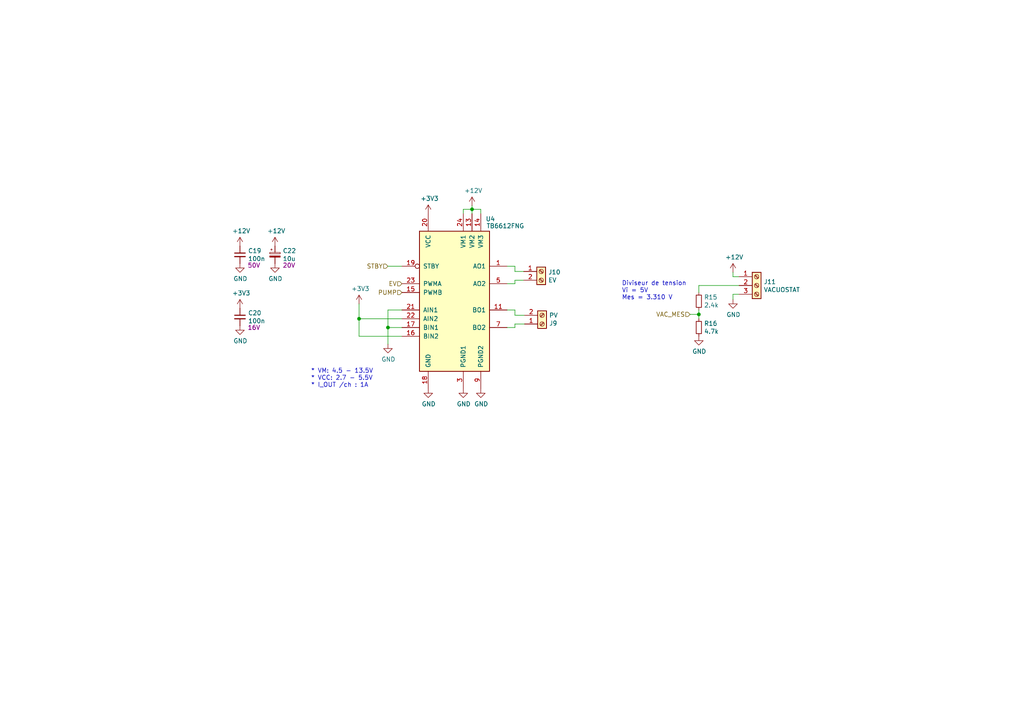
<source format=kicad_sch>
(kicad_sch (version 20230121) (generator eeschema)
  (paper "A4")
  (lib_symbols
    (symbol "Connector:Screw_Terminal_01x02" (pin_names (offset 1.016) hide)
      (property "Reference" "J" (at 0 2.54 0))
      (property "Value" "Screw_Terminal_01x02" (at 0 -5.08 0))
      (symbol "Screw_Terminal_01x02_1_1"
        (rectangle (start -1.27 1.27) (end 1.27 -3.81) (stroke (width 0.254)) (fill (type background)))
        (circle (center 0 -2.54) (radius 0.635) (stroke (width 0.1524)))
        (polyline (pts (xy -0.5334 -2.2098) (xy 0.3302 -3.048)) (stroke (width 0.1524)))
        (polyline (pts (xy -0.5334 0.3302) (xy 0.3302 -0.508)) (stroke (width 0.1524)))
        (polyline (pts (xy -0.3556 -2.032) (xy 0.508 -2.8702)) (stroke (width 0.1524)))
        (polyline (pts (xy -0.3556 0.508) (xy 0.508 -0.3302)) (stroke (width 0.1524)))
        (circle (center 0 0) (radius 0.635) (stroke (width 0.1524)))
        (pin passive line (at -5.08 0 0) (length 3.81) (name "Pin_1") (number "1"))
        (pin passive line (at -5.08 -2.54 0) (length 3.81) (name "Pin_2") (number "2"))
      )
    )
    (symbol "Connector:Screw_Terminal_01x03" (pin_names (offset 1.016) hide)
      (property "Reference" "J" (at 0 5.08 0))
      (property "Value" "Screw_Terminal_01x03" (at 0 -5.08 0))
      (symbol "Screw_Terminal_01x03_1_1"
        (rectangle (start -1.27 3.81) (end 1.27 -3.81) (stroke (width 0.254)) (fill (type background)))
        (circle (center 0 -2.54) (radius 0.635) (stroke (width 0.1524)))
        (polyline (pts (xy -0.5334 -2.2098) (xy 0.3302 -3.048)) (stroke (width 0.1524)))
        (polyline (pts (xy -0.5334 0.3302) (xy 0.3302 -0.508)) (stroke (width 0.1524)))
        (polyline (pts (xy -0.5334 2.8702) (xy 0.3302 2.032)) (stroke (width 0.1524)))
        (polyline (pts (xy -0.3556 -2.032) (xy 0.508 -2.8702)) (stroke (width 0.1524)))
        (polyline (pts (xy -0.3556 0.508) (xy 0.508 -0.3302)) (stroke (width 0.1524)))
        (polyline (pts (xy -0.3556 3.048) (xy 0.508 2.2098)) (stroke (width 0.1524)))
        (circle (center 0 0) (radius 0.635) (stroke (width 0.1524)))
        (circle (center 0 2.54) (radius 0.635) (stroke (width 0.1524)))
        (pin passive line (at -5.08 2.54 0) (length 3.81) (name "Pin_1") (number "1"))
        (pin passive line (at -5.08 0 0) (length 3.81) (name "Pin_2") (number "2"))
        (pin passive line (at -5.08 -2.54 0) (length 3.81) (name "Pin_3") (number "3"))
      )
    )
    (symbol "ControleursPompes-rescue:+3.3V-power" (power) (pin_names (offset 0))
      (property "Value" "+3.3V-power" (at 0 3.556 0))
      (symbol "+3.3V-power_0_1"
        (polyline (pts (xy -0.762 1.27) (xy 0 2.54)))
        (polyline (pts (xy 0 0) (xy 0 2.54)))
        (polyline (pts (xy 0 2.54) (xy 0.762 1.27)))
      )
      (symbol "+3.3V-power_1_1"
        (pin power_in line (at 0 0 90) (length 0) hide (name "+3V3") (number "1"))
      )
    )
    (symbol "ControleursPompes-rescue:CP_Small-Device" (pin_numbers hide) (pin_names (offset 0.254) hide)
      (property "Reference" "C" (at 0.254 1.778 0))
      (property "Value" "Device_CP_Small" (at 0.254 -2.032 0))
      (symbol "CP_Small-Device_0_1"
        (rectangle (start -1.524 -0.3048) (end 1.524 -0.6858) (fill (type outline)))
        (rectangle (start -1.524 0.6858) (end 1.524 0.3048))
        (polyline (pts (xy -1.27 1.524) (xy -0.762 1.524)))
        (polyline (pts (xy -1.016 1.27) (xy -1.016 1.778)))
      )
      (symbol "CP_Small-Device_1_1"
        (pin passive line (at 0 2.54 270) (length 1.8542) (name "~") (number "1"))
        (pin passive line (at 0 -2.54 90) (length 1.8542) (name "~") (number "2"))
      )
    )
    (symbol "Device:C_Small" (pin_numbers hide) (pin_names (offset 0.254) hide)
      (property "Reference" "C" (at 0.254 1.778 0))
      (property "Value" "C_Small" (at 0.254 -2.032 0))
      (symbol "C_Small_0_1"
        (polyline (pts (xy -1.524 -0.508) (xy 1.524 -0.508)) (stroke (width 0.3302)))
        (polyline (pts (xy -1.524 0.508) (xy 1.524 0.508)) (stroke (width 0.3048)))
      )
      (symbol "C_Small_1_1"
        (pin passive line (at 0 2.54 270) (length 2.032) (name "~") (number "1"))
        (pin passive line (at 0 -2.54 90) (length 2.032) (name "~") (number "2"))
      )
    )
    (symbol "Device:R_Small" (pin_numbers hide) (pin_names (offset 0.254) hide)
      (property "Reference" "R" (at 0.762 0.508 0))
      (property "Value" "R_Small" (at 0.762 -1.016 0))
      (symbol "R_Small_0_1"
        (rectangle (start -0.762 1.778) (end 0.762 -1.778) (stroke (width 0.2032)))
      )
      (symbol "R_Small_1_1"
        (pin passive line (at 0 2.54 270) (length 0.762) (name "~") (number "1"))
        (pin passive line (at 0 -2.54 90) (length 0.762) (name "~") (number "2"))
      )
    )
    (symbol "Driver_Motor:TB6612FNG" (pin_names (offset 1.016))
      (property "Reference" "U" (at 11.43 17.78 0))
      (property "Value" "TB6612FNG" (at 11.43 15.24 0))
      (symbol "TB6612FNG_0_1"
        (rectangle (start -10.16 20.32) (end 10.16 -20.32) (stroke (width 0.254)) (fill (type background)))
      )
      (symbol "TB6612FNG_1_1"
        (pin output line (at 15.24 10.16 180) (length 5.08) (name "AO1") (number "1"))
        (pin passive line (at 7.62 -25.4 90) (length 5.08) hide (name "PGND2") (number "10"))
        (pin output line (at 15.24 -2.54 180) (length 5.08) (name "BO1") (number "11"))
        (pin passive line (at 15.24 -2.54 180) (length 5.08) hide (name "BO1") (number "12"))
        (pin power_in line (at 5.08 25.4 270) (length 5.08) (name "VM2") (number "13"))
        (pin power_in line (at 7.62 25.4 270) (length 5.08) (name "VM3") (number "14"))
        (pin input line (at -15.24 2.54 0) (length 5.08) (name "PWMB") (number "15"))
        (pin input line (at -15.24 -10.16 0) (length 5.08) (name "BIN2") (number "16"))
        (pin input line (at -15.24 -7.62 0) (length 5.08) (name "BIN1") (number "17"))
        (pin power_in line (at -7.62 -25.4 90) (length 5.08) (name "GND") (number "18"))
        (pin input inverted (at -15.24 10.16 0) (length 5.08) (name "STBY") (number "19"))
        (pin passive line (at 15.24 10.16 180) (length 5.08) hide (name "AO1") (number "2"))
        (pin power_in line (at -7.62 25.4 270) (length 5.08) (name "VCC") (number "20"))
        (pin input line (at -15.24 -2.54 0) (length 5.08) (name "AIN1") (number "21"))
        (pin input line (at -15.24 -5.08 0) (length 5.08) (name "AIN2") (number "22"))
        (pin input line (at -15.24 5.08 0) (length 5.08) (name "PWMA") (number "23"))
        (pin power_in line (at 2.54 25.4 270) (length 5.08) (name "VM1") (number "24"))
        (pin power_in line (at 2.54 -25.4 90) (length 5.08) (name "PGND1") (number "3"))
        (pin passive line (at 2.54 -25.4 90) (length 5.08) hide (name "PGND1") (number "4"))
        (pin output line (at 15.24 5.08 180) (length 5.08) (name "AO2") (number "5"))
        (pin passive line (at 15.24 5.08 180) (length 5.08) hide (name "AO2") (number "6"))
        (pin output line (at 15.24 -7.62 180) (length 5.08) (name "BO2") (number "7"))
        (pin passive line (at 15.24 -7.62 180) (length 5.08) hide (name "BO2") (number "8"))
        (pin power_in line (at 7.62 -25.4 90) (length 5.08) (name "PGND2") (number "9"))
      )
    )
    (symbol "power:+12V" (power) (pin_names (offset 0))
      (property "Value" "+12V" (at 0 3.556 0))
      (symbol "+12V_0_1"
        (polyline (pts (xy -0.762 1.27) (xy 0 2.54)))
        (polyline (pts (xy 0 0) (xy 0 2.54)))
        (polyline (pts (xy 0 2.54) (xy 0.762 1.27)))
      )
      (symbol "+12V_1_1"
        (pin power_in line (at 0 0 90) (length 0) hide (name "+12V") (number "1"))
      )
    )
    (symbol "power:GND" (power) (pin_names (offset 0))
      (property "Value" "GND" (at 0 -3.81 0))
      (symbol "GND_0_1"
        (polyline (pts (xy 0 0) (xy 0 -1.27) (xy 1.27 -1.27) (xy 0 -2.54) (xy -1.27 -1.27) (xy 0 -1.27)))
      )
      (symbol "GND_1_1"
        (pin power_in line (at 0 0 270) (length 0) hide (name "GND") (number "1"))
      )
    )
  )
  (junction (at 104.14 92.456))
  (junction (at 112.522 94.996))
  (junction (at 136.906 60.706))
  (junction (at 202.692 91.186))
  (wire (pts (xy 214.376 82.804) (xy 202.692 82.804)))
  (wire (pts (xy 112.522 94.996) (xy 112.522 99.822)))
  (wire (pts (xy 112.522 77.216) (xy 116.586 77.216)))
  (wire (pts (xy 212.598 78.994) (xy 212.598 80.264)))
  (wire (pts (xy 149.352 91.44) (xy 152.146 91.44)))
  (wire (pts (xy 134.366 60.706) (xy 136.906 60.706)))
  (wire (pts (xy 147.066 89.916) (xy 149.352 89.916)))
  (wire (pts (xy 152.146 93.98) (xy 149.352 93.98)))
  (wire (pts (xy 202.692 82.804) (xy 202.692 84.836)))
  (wire (pts (xy 112.522 94.996) (xy 116.586 94.996)))
  (wire (pts (xy 149.352 89.916) (xy 149.352 91.44)))
  (wire (pts (xy 202.692 91.186) (xy 202.692 92.456)))
  (wire (pts (xy 139.446 61.976) (xy 139.446 60.706)))
  (wire (pts (xy 149.352 78.74) (xy 151.892 78.74)))
  (wire (pts (xy 214.376 85.344) (xy 212.598 85.344)))
  (wire (pts (xy 212.598 85.344) (xy 212.598 86.868)))
  (wire (pts (xy 112.522 89.916) (xy 112.522 94.996)))
  (wire (pts (xy 149.352 82.296) (xy 147.066 82.296)))
  (wire (pts (xy 116.586 97.536) (xy 104.14 97.536)))
  (wire (pts (xy 104.14 97.536) (xy 104.14 92.456)))
  (wire (pts (xy 200.152 91.186) (xy 202.692 91.186)))
  (wire (pts (xy 136.906 61.976) (xy 136.906 60.706)))
  (wire (pts (xy 149.352 81.28) (xy 149.352 82.296)))
  (wire (pts (xy 136.906 60.706) (xy 136.906 59.69)))
  (wire (pts (xy 151.892 81.28) (xy 149.352 81.28)))
  (wire (pts (xy 116.586 89.916) (xy 112.522 89.916)))
  (wire (pts (xy 202.692 89.916) (xy 202.692 91.186)))
  (wire (pts (xy 149.352 94.996) (xy 147.066 94.996)))
  (wire (pts (xy 134.366 61.976) (xy 134.366 60.706)))
  (wire (pts (xy 104.14 92.456) (xy 104.14 88.138)))
  (wire (pts (xy 149.352 93.98) (xy 149.352 94.996)))
  (wire (pts (xy 149.352 77.216) (xy 149.352 78.74)))
  (wire (pts (xy 139.446 60.706) (xy 136.906 60.706)))
  (wire (pts (xy 147.066 77.216) (xy 149.352 77.216)))
  (wire (pts (xy 116.586 92.456) (xy 104.14 92.456)))
  (wire (pts (xy 212.598 80.264) (xy 214.376 80.264)))
  (text "* VM: 4.5 - 13.5V\n* VCC: 2.7 - 5.5V\n* I_OUT /ch : 1A" (at 90.17 112.522 0) (effects (font (size 1.27 1.27)) (justify left bottom)))
  (text "Diviseur de tension\nVi = 5V\nMes = 3.310 V" (at 180.34 87.122 0) (effects (font (size 1.27 1.27)) (justify left bottom)))
  (hierarchical_label "PUMP" (shape input) (at 116.586 84.836 180))
  (hierarchical_label "VAC_MES" (shape input) (at 200.152 91.186 180))
  (hierarchical_label "STBY" (shape input) (at 112.522 77.216 180))
  (hierarchical_label "EV" (shape input) (at 116.586 82.296 180))
  (symbol (lib_id "Driver_Motor:TB6612FNG") (at 131.826 87.376 0) (unit 1)
    (property "Reference" "U4" (at 142.24 63.5 0))
    (property "Value" "TB6612FNG" (at 146.558 65.532 0))
    (property "Footprint" "Package_SO:SSOP-24_5.3x8.2mm_P0.65mm" (effects hide))
    (property "Datasheet" "https://toshiba.semicon-storage.com/us/product/linear/motordriver/detail.TB6612FNG.html" (effects hide))
    (property "LCSC Part" "C88224" (effects hide))
    (instances (project "ControleursPompes" (path "" (reference "U4") (unit 1)) (path "" (reference "U6") (unit 1)) (path "" (reference "U5") (unit 1)) (path "" (reference "U3") (unit 1))))
  )
  (symbol (lib_id "power:GND") (at 124.206 112.776 0) (unit 1)
    (property "Reference" "#PWR082" (effects hide))
    (property "Value" "GND" (at 124.333 117.1702 0))
    (instances (project "ControleursPompes" (path "" (reference "#PWR082") (unit 1)) (path "" (reference "#PWR0120") (unit 1)) (path "" (reference "#PWR0101") (unit 1)) (path "" (reference "#PWR063") (unit 1))))
  )
  (symbol (lib_id "power:GND") (at 134.366 112.776 0) (unit 1)
    (property "Reference" "#PWR083" (effects hide))
    (property "Value" "GND" (at 134.493 117.1702 0))
    (instances (project "ControleursPompes" (path "" (reference "#PWR083") (unit 1)) (path "" (reference "#PWR0121") (unit 1)) (path "" (reference "#PWR0102") (unit 1)) (path "" (reference "#PWR064") (unit 1))))
  )
  (symbol (lib_id "power:GND") (at 139.446 112.776 0) (unit 1)
    (property "Reference" "#PWR085" (effects hide))
    (property "Value" "GND" (at 139.573 117.1702 0))
    (instances (project "ControleursPompes" (path "" (reference "#PWR085") (unit 1)) (path "" (reference "#PWR0123") (unit 1)) (path "" (reference "#PWR0104") (unit 1)) (path "" (reference "#PWR066") (unit 1))))
  )
  (symbol (lib_id "Connector:Screw_Terminal_01x02") (at 156.972 78.74 0) (unit 1)
    (property "Reference" "J10" (at 159.004 78.9432 0) (effects (justify left)))
    (property "Value" "EV" (at 159.004 81.2546 0) (effects (justify left)))
    (property "Footprint" "TerminalBlock_Phoenix:TerminalBlock_Phoenix_MPT-0,5-2-2.54_1x02_P2.54mm_Horizontal" (effects hide))
    (property "JLCPCB BOM" "0" (effects hide))
    (instances (project "ControleursPompes" (path "" (reference "J10") (unit 1)) (path "" (reference "J16") (unit 1)) (path "" (reference "J13") (unit 1)) (path "" (reference "J7") (unit 1))))
  )
  (symbol (lib_id "Connector:Screw_Terminal_01x02") (at 157.226 93.98 0) (mirror x) (unit 1)
    (property "Reference" "J9" (at 159.258 93.7768 0) (effects (justify left)))
    (property "Value" "PV" (at 159.258 91.4654 0) (effects (justify left)))
    (property "Footprint" "TerminalBlock_Phoenix:TerminalBlock_Phoenix_MPT-0,5-2-2.54_1x02_P2.54mm_Horizontal" (effects hide))
    (property "JLCPCB BOM" "0" (effects hide))
    (instances (project "ControleursPompes" (path "" (reference "J9") (unit 1)) (path "" (reference "J15") (unit 1)) (path "" (reference "J12") (unit 1)) (path "" (reference "J6") (unit 1))))
  )
  (symbol (lib_id "ControleursPompes-rescue:+3.3V-power") (at 124.206 61.976 0) (unit 1)
    (property "Reference" "#PWR081" (effects hide))
    (property "Value" "+3.3V" (at 124.587 57.5818 0))
    (instances (project "ControleursPompes" (path "" (reference "#PWR081") (unit 1)) (path "" (reference "#PWR0119") (unit 1)) (path "" (reference "#PWR0100") (unit 1)) (path "" (reference "#PWR062") (unit 1))))
  )
  (symbol (lib_id "ControleursPompes-rescue:+3.3V-power") (at 69.596 89.408 0) (unit 1)
    (property "Reference" "#PWR072" (effects hide))
    (property "Value" "+3.3V" (at 69.977 85.0138 0))
    (instances (project "ControleursPompes" (path "" (reference "#PWR072") (unit 1)) (path "" (reference "#PWR0110") (unit 1)) (path "" (reference "#PWR091") (unit 1)) (path "" (reference "#PWR053") (unit 1))))
  )
  (symbol (lib_id "power:GND") (at 69.596 94.488 0) (unit 1)
    (property "Reference" "#PWR073" (effects hide))
    (property "Value" "GND" (at 69.723 98.8822 0))
    (instances (project "ControleursPompes" (path "" (reference "#PWR073") (unit 1)) (path "" (reference "#PWR0111") (unit 1)) (path "" (reference "#PWR092") (unit 1)) (path "" (reference "#PWR054") (unit 1))))
  )
  (symbol (lib_id "Device:C_Small") (at 69.596 91.948 0) (unit 1)
    (property "Reference" "C20" (at 71.9328 90.7796 0) (effects (justify left)))
    (property "Value" "100n" (at 71.9328 93.091 0) (effects (justify left)))
    (property "Footprint" "Capacitor_SMD:C_0402_1005Metric_Pad0.74x0.62mm_HandSolder" (effects hide))
    (property "Tension" "16V" (at 73.66 94.996 0))
    (property "LCSC Part" "C1525" (effects hide))
    (instances (project "ControleursPompes" (path "" (reference "C20") (unit 1)) (path "" (reference "C28") (unit 1)) (path "" (reference "C24") (unit 1)) (path "" (reference "C16") (unit 1))))
  )
  (symbol (lib_id "power:+12V") (at 212.598 78.994 0) (unit 1)
    (property "Reference" "#PWR087" (effects hide))
    (property "Value" "+12V" (at 212.979 74.5998 0))
    (instances (project "ControleursPompes" (path "" (reference "#PWR087") (unit 1)) (path "" (reference "#PWR0125") (unit 1)) (path "" (reference "#PWR0106") (unit 1)) (path "" (reference "#PWR068") (unit 1))))
  )
  (symbol (lib_id "power:+12V") (at 136.906 59.69 0) (unit 1)
    (property "Reference" "#PWR084" (effects hide))
    (property "Value" "+12V" (at 137.287 55.2958 0))
    (instances (project "ControleursPompes" (path "" (reference "#PWR084") (unit 1)) (path "" (reference "#PWR0122") (unit 1)) (path "" (reference "#PWR0103") (unit 1)) (path "" (reference "#PWR065") (unit 1))))
  )
  (symbol (lib_id "power:+12V") (at 69.596 71.374 0) (unit 1)
    (property "Reference" "#PWR070" (effects hide))
    (property "Value" "+12V" (at 69.977 66.9798 0))
    (instances (project "ControleursPompes" (path "" (reference "#PWR070") (unit 1)) (path "" (reference "#PWR0108") (unit 1)) (path "" (reference "#PWR089") (unit 1)) (path "" (reference "#PWR051") (unit 1))))
  )
  (symbol (lib_id "Device:C_Small") (at 69.596 73.914 0) (unit 1)
    (property "Reference" "C19" (at 71.9328 72.7456 0) (effects (justify left)))
    (property "Value" "100n" (at 71.9328 75.057 0) (effects (justify left)))
    (property "Footprint" "Capacitor_SMD:C_0805_2012Metric_Pad1.18x1.45mm_HandSolder" (effects hide))
    (property "Tension" "50V" (at 73.66 76.962 0))
    (property "LCSC Part" "C49678" (effects hide))
    (instances (project "ControleursPompes" (path "" (reference "C19") (unit 1)) (path "" (reference "C27") (unit 1)) (path "" (reference "C23") (unit 1)) (path "" (reference "C15") (unit 1))))
  )
  (symbol (lib_id "power:+12V") (at 79.756 71.374 0) (unit 1)
    (property "Reference" "#PWR076" (effects hide))
    (property "Value" "+12V" (at 80.137 66.9798 0))
    (instances (project "ControleursPompes" (path "" (reference "#PWR076") (unit 1)) (path "" (reference "#PWR0114") (unit 1)) (path "" (reference "#PWR095") (unit 1)) (path "" (reference "#PWR057") (unit 1))))
  )
  (symbol (lib_id "power:GND") (at 69.596 76.454 0) (unit 1)
    (property "Reference" "#PWR071" (effects hide))
    (property "Value" "GND" (at 69.723 80.8482 0))
    (instances (project "ControleursPompes" (path "" (reference "#PWR071") (unit 1)) (path "" (reference "#PWR0109") (unit 1)) (path "" (reference "#PWR090") (unit 1)) (path "" (reference "#PWR052") (unit 1))))
  )
  (symbol (lib_id "Connector:Screw_Terminal_01x03") (at 219.456 82.804 0) (unit 1)
    (property "Reference" "J11" (at 221.488 81.7372 0) (effects (justify left)))
    (property "Value" "VACUOSTAT" (at 221.488 84.0486 0) (effects (justify left)))
    (property "Footprint" "TerminalBlock_Phoenix:TerminalBlock_Phoenix_MPT-0,5-3-2.54_1x03_P2.54mm_Horizontal" (effects hide))
    (property "JLCPCB BOM" "0" (effects hide))
    (instances (project "ControleursPompes" (path "" (reference "J11") (unit 1)) (path "" (reference "J17") (unit 1)) (path "" (reference "J14") (unit 1)) (path "" (reference "J8") (unit 1))))
  )
  (symbol (lib_id "power:GND") (at 212.598 86.868 0) (unit 1)
    (property "Reference" "#PWR088" (effects hide))
    (property "Value" "GND" (at 212.725 91.2622 0))
    (instances (project "ControleursPompes" (path "" (reference "#PWR088") (unit 1)) (path "" (reference "#PWR0126") (unit 1)) (path "" (reference "#PWR0107") (unit 1)) (path "" (reference "#PWR069") (unit 1))))
  )
  (symbol (lib_id "ControleursPompes-rescue:CP_Small-Device") (at 79.756 73.914 0) (unit 1)
    (property "Reference" "C22" (at 81.9912 72.7456 0) (effects (justify left)))
    (property "Value" "10u" (at 81.9912 75.057 0) (effects (justify left)))
    (property "Footprint" "Capacitor_Tantalum_SMD:CP_EIA-3528-21_Kemet-B_Pad1.50x2.35mm_HandSolder" (effects hide))
    (property "Datasheet" "https://datasheet.lcsc.com/szlcsc/Vishay-Intertech-293D106X9020B2TE3_C180482.pdf" (effects hide))
    (property "Tension" "20V" (at 83.82 76.962 0))
    (property "LCSC Part" " C180482" (effects hide))
    (instances (project "ControleursPompes" (path "" (reference "C22") (unit 1)) (path "" (reference "C30") (unit 1)) (path "" (reference "C26") (unit 1)) (path "" (reference "C18") (unit 1)) (path "" (reference "C30") (unit 1))))
  )
  (symbol (lib_id "power:GND") (at 79.756 76.454 0) (unit 1)
    (property "Reference" "#PWR077" (effects hide))
    (property "Value" "GND" (at 79.883 80.8482 0))
    (instances (project "ControleursPompes" (path "" (reference "#PWR077") (unit 1)) (path "" (reference "#PWR0115") (unit 1)) (path "" (reference "#PWR096") (unit 1)) (path "" (reference "#PWR058") (unit 1))))
  )
  (symbol (lib_id "Device:R_Small") (at 202.692 87.376 0) (unit 1)
    (property "Reference" "R15" (at 204.1906 86.2076 0) (effects (justify left)))
    (property "Value" "2.4k" (at 204.1906 88.519 0) (effects (justify left)))
    (property "Footprint" "Resistor_SMD:R_0805_2012Metric_Pad1.20x1.40mm_HandSolder" (effects hide))
    (property "LCSC Part" "C17526" (effects hide))
    (instances (project "ControleursPompes" (path "" (reference "R15") (unit 1)) (path "" (reference "R21") (unit 1)) (path "" (reference "R18") (unit 1)) (path "" (reference "R12") (unit 1))))
  )
  (symbol (lib_id "Device:R_Small") (at 202.692 94.996 0) (unit 1)
    (property "Reference" "R16" (at 204.1906 93.8276 0) (effects (justify left)))
    (property "Value" "4.7k" (at 204.1906 96.139 0) (effects (justify left)))
    (property "Footprint" "Resistor_SMD:R_0805_2012Metric_Pad1.20x1.40mm_HandSolder" (effects hide))
    (property "LCSC Part" "C17673" (effects hide))
    (instances (project "ControleursPompes" (path "" (reference "R16") (unit 1)) (path "" (reference "R22") (unit 1)) (path "" (reference "R19") (unit 1)) (path "" (reference "R13") (unit 1))))
  )
  (symbol (lib_id "power:GND") (at 202.692 97.536 0) (unit 1)
    (property "Reference" "#PWR086" (effects hide))
    (property "Value" "GND" (at 202.819 101.9302 0))
    (instances (project "ControleursPompes" (path "" (reference "#PWR086") (unit 1)) (path "" (reference "#PWR0124") (unit 1)) (path "" (reference "#PWR0105") (unit 1)) (path "" (reference "#PWR067") (unit 1))))
  )
  (symbol (lib_id "power:GND") (at 112.522 99.822 0) (unit 1)
    (property "Reference" "#PWR079" (effects hide))
    (property "Value" "GND" (at 112.649 104.2162 0))
    (instances (project "ControleursPompes" (path "" (reference "#PWR079") (unit 1)) (path "" (reference "#PWR0117") (unit 1)) (path "" (reference "#PWR098") (unit 1)) (path "" (reference "#PWR060") (unit 1))))
  )
  (symbol (lib_id "ControleursPompes-rescue:+3.3V-power") (at 104.14 88.138 0) (unit 1)
    (property "Reference" "#PWR078" (effects hide))
    (property "Value" "+3.3V" (at 104.521 83.7438 0))
    (instances (project "ControleursPompes" (path "" (reference "#PWR078") (unit 1)) (path "" (reference "#PWR0116") (unit 1)) (path "" (reference "#PWR097") (unit 1)) (path "" (reference "#PWR059") (unit 1))))
  )
)
</source>
